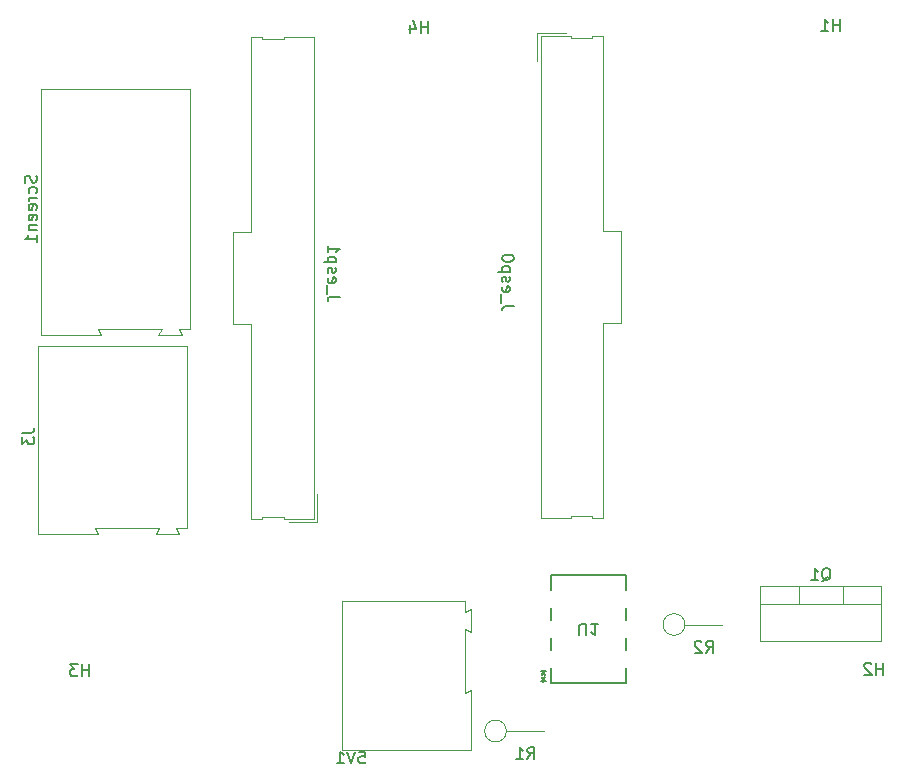
<source format=gbr>
%TF.GenerationSoftware,KiCad,Pcbnew,7.0.6*%
%TF.CreationDate,2023-08-24T16:04:53-05:00*%
%TF.ProjectId,basic_decoration_pcb,62617369-635f-4646-9563-6f726174696f,rev?*%
%TF.SameCoordinates,Original*%
%TF.FileFunction,Legend,Bot*%
%TF.FilePolarity,Positive*%
%FSLAX46Y46*%
G04 Gerber Fmt 4.6, Leading zero omitted, Abs format (unit mm)*
G04 Created by KiCad (PCBNEW 7.0.6) date 2023-08-24 16:04:53*
%MOMM*%
%LPD*%
G01*
G04 APERTURE LIST*
%ADD10C,0.150000*%
%ADD11C,0.120000*%
%ADD12C,0.152400*%
G04 APERTURE END LIST*
D10*
X151484200Y-62080476D02*
X151531819Y-62223333D01*
X151531819Y-62223333D02*
X151531819Y-62461428D01*
X151531819Y-62461428D02*
X151484200Y-62556666D01*
X151484200Y-62556666D02*
X151436580Y-62604285D01*
X151436580Y-62604285D02*
X151341342Y-62651904D01*
X151341342Y-62651904D02*
X151246104Y-62651904D01*
X151246104Y-62651904D02*
X151150866Y-62604285D01*
X151150866Y-62604285D02*
X151103247Y-62556666D01*
X151103247Y-62556666D02*
X151055628Y-62461428D01*
X151055628Y-62461428D02*
X151008009Y-62270952D01*
X151008009Y-62270952D02*
X150960390Y-62175714D01*
X150960390Y-62175714D02*
X150912771Y-62128095D01*
X150912771Y-62128095D02*
X150817533Y-62080476D01*
X150817533Y-62080476D02*
X150722295Y-62080476D01*
X150722295Y-62080476D02*
X150627057Y-62128095D01*
X150627057Y-62128095D02*
X150579438Y-62175714D01*
X150579438Y-62175714D02*
X150531819Y-62270952D01*
X150531819Y-62270952D02*
X150531819Y-62509047D01*
X150531819Y-62509047D02*
X150579438Y-62651904D01*
X151484200Y-63509047D02*
X151531819Y-63413809D01*
X151531819Y-63413809D02*
X151531819Y-63223333D01*
X151531819Y-63223333D02*
X151484200Y-63128095D01*
X151484200Y-63128095D02*
X151436580Y-63080476D01*
X151436580Y-63080476D02*
X151341342Y-63032857D01*
X151341342Y-63032857D02*
X151055628Y-63032857D01*
X151055628Y-63032857D02*
X150960390Y-63080476D01*
X150960390Y-63080476D02*
X150912771Y-63128095D01*
X150912771Y-63128095D02*
X150865152Y-63223333D01*
X150865152Y-63223333D02*
X150865152Y-63413809D01*
X150865152Y-63413809D02*
X150912771Y-63509047D01*
X151531819Y-63937619D02*
X150865152Y-63937619D01*
X151055628Y-63937619D02*
X150960390Y-63985238D01*
X150960390Y-63985238D02*
X150912771Y-64032857D01*
X150912771Y-64032857D02*
X150865152Y-64128095D01*
X150865152Y-64128095D02*
X150865152Y-64223333D01*
X151484200Y-64937619D02*
X151531819Y-64842381D01*
X151531819Y-64842381D02*
X151531819Y-64651905D01*
X151531819Y-64651905D02*
X151484200Y-64556667D01*
X151484200Y-64556667D02*
X151388961Y-64509048D01*
X151388961Y-64509048D02*
X151008009Y-64509048D01*
X151008009Y-64509048D02*
X150912771Y-64556667D01*
X150912771Y-64556667D02*
X150865152Y-64651905D01*
X150865152Y-64651905D02*
X150865152Y-64842381D01*
X150865152Y-64842381D02*
X150912771Y-64937619D01*
X150912771Y-64937619D02*
X151008009Y-64985238D01*
X151008009Y-64985238D02*
X151103247Y-64985238D01*
X151103247Y-64985238D02*
X151198485Y-64509048D01*
X151484200Y-65794762D02*
X151531819Y-65699524D01*
X151531819Y-65699524D02*
X151531819Y-65509048D01*
X151531819Y-65509048D02*
X151484200Y-65413810D01*
X151484200Y-65413810D02*
X151388961Y-65366191D01*
X151388961Y-65366191D02*
X151008009Y-65366191D01*
X151008009Y-65366191D02*
X150912771Y-65413810D01*
X150912771Y-65413810D02*
X150865152Y-65509048D01*
X150865152Y-65509048D02*
X150865152Y-65699524D01*
X150865152Y-65699524D02*
X150912771Y-65794762D01*
X150912771Y-65794762D02*
X151008009Y-65842381D01*
X151008009Y-65842381D02*
X151103247Y-65842381D01*
X151103247Y-65842381D02*
X151198485Y-65366191D01*
X150865152Y-66270953D02*
X151531819Y-66270953D01*
X150960390Y-66270953D02*
X150912771Y-66318572D01*
X150912771Y-66318572D02*
X150865152Y-66413810D01*
X150865152Y-66413810D02*
X150865152Y-66556667D01*
X150865152Y-66556667D02*
X150912771Y-66651905D01*
X150912771Y-66651905D02*
X151008009Y-66699524D01*
X151008009Y-66699524D02*
X151531819Y-66699524D01*
X151531819Y-67699524D02*
X151531819Y-67128096D01*
X151531819Y-67413810D02*
X150531819Y-67413810D01*
X150531819Y-67413810D02*
X150674676Y-67318572D01*
X150674676Y-67318572D02*
X150769914Y-67223334D01*
X150769914Y-67223334D02*
X150817533Y-67128096D01*
X150327819Y-83820666D02*
X151042104Y-83820666D01*
X151042104Y-83820666D02*
X151184961Y-83773047D01*
X151184961Y-83773047D02*
X151280200Y-83677809D01*
X151280200Y-83677809D02*
X151327819Y-83534952D01*
X151327819Y-83534952D02*
X151327819Y-83439714D01*
X150327819Y-84201619D02*
X150327819Y-84820666D01*
X150327819Y-84820666D02*
X150708771Y-84487333D01*
X150708771Y-84487333D02*
X150708771Y-84630190D01*
X150708771Y-84630190D02*
X150756390Y-84725428D01*
X150756390Y-84725428D02*
X150804009Y-84773047D01*
X150804009Y-84773047D02*
X150899247Y-84820666D01*
X150899247Y-84820666D02*
X151137342Y-84820666D01*
X151137342Y-84820666D02*
X151232580Y-84773047D01*
X151232580Y-84773047D02*
X151280200Y-84725428D01*
X151280200Y-84725428D02*
X151327819Y-84630190D01*
X151327819Y-84630190D02*
X151327819Y-84344476D01*
X151327819Y-84344476D02*
X151280200Y-84249238D01*
X151280200Y-84249238D02*
X151232580Y-84201619D01*
X219547464Y-49840819D02*
X219547464Y-48840819D01*
X219547464Y-49317009D02*
X218976036Y-49317009D01*
X218976036Y-49840819D02*
X218976036Y-48840819D01*
X217976036Y-49840819D02*
X218547464Y-49840819D01*
X218261750Y-49840819D02*
X218261750Y-48840819D01*
X218261750Y-48840819D02*
X218356988Y-48983676D01*
X218356988Y-48983676D02*
X218452226Y-49078914D01*
X218452226Y-49078914D02*
X218547464Y-49126533D01*
X155955904Y-104450819D02*
X155955904Y-103450819D01*
X155955904Y-103927009D02*
X155384476Y-103927009D01*
X155384476Y-104450819D02*
X155384476Y-103450819D01*
X155003523Y-103450819D02*
X154384476Y-103450819D01*
X154384476Y-103450819D02*
X154717809Y-103831771D01*
X154717809Y-103831771D02*
X154574952Y-103831771D01*
X154574952Y-103831771D02*
X154479714Y-103879390D01*
X154479714Y-103879390D02*
X154432095Y-103927009D01*
X154432095Y-103927009D02*
X154384476Y-104022247D01*
X154384476Y-104022247D02*
X154384476Y-104260342D01*
X154384476Y-104260342D02*
X154432095Y-104355580D01*
X154432095Y-104355580D02*
X154479714Y-104403200D01*
X154479714Y-104403200D02*
X154574952Y-104450819D01*
X154574952Y-104450819D02*
X154860666Y-104450819D01*
X154860666Y-104450819D02*
X154955904Y-104403200D01*
X154955904Y-104403200D02*
X155003523Y-104355580D01*
X191924640Y-73105800D02*
X191210355Y-73105800D01*
X191210355Y-73105800D02*
X191067498Y-73153419D01*
X191067498Y-73153419D02*
X190972260Y-73248657D01*
X190972260Y-73248657D02*
X190924640Y-73391514D01*
X190924640Y-73391514D02*
X190924640Y-73486752D01*
X190829402Y-72867705D02*
X190829402Y-72105800D01*
X190972260Y-71486752D02*
X190924640Y-71581990D01*
X190924640Y-71581990D02*
X190924640Y-71772466D01*
X190924640Y-71772466D02*
X190972260Y-71867704D01*
X190972260Y-71867704D02*
X191067498Y-71915323D01*
X191067498Y-71915323D02*
X191448450Y-71915323D01*
X191448450Y-71915323D02*
X191543688Y-71867704D01*
X191543688Y-71867704D02*
X191591307Y-71772466D01*
X191591307Y-71772466D02*
X191591307Y-71581990D01*
X191591307Y-71581990D02*
X191543688Y-71486752D01*
X191543688Y-71486752D02*
X191448450Y-71439133D01*
X191448450Y-71439133D02*
X191353212Y-71439133D01*
X191353212Y-71439133D02*
X191257974Y-71915323D01*
X190972260Y-71058180D02*
X190924640Y-70962942D01*
X190924640Y-70962942D02*
X190924640Y-70772466D01*
X190924640Y-70772466D02*
X190972260Y-70677228D01*
X190972260Y-70677228D02*
X191067498Y-70629609D01*
X191067498Y-70629609D02*
X191115117Y-70629609D01*
X191115117Y-70629609D02*
X191210355Y-70677228D01*
X191210355Y-70677228D02*
X191257974Y-70772466D01*
X191257974Y-70772466D02*
X191257974Y-70915323D01*
X191257974Y-70915323D02*
X191305593Y-71010561D01*
X191305593Y-71010561D02*
X191400831Y-71058180D01*
X191400831Y-71058180D02*
X191448450Y-71058180D01*
X191448450Y-71058180D02*
X191543688Y-71010561D01*
X191543688Y-71010561D02*
X191591307Y-70915323D01*
X191591307Y-70915323D02*
X191591307Y-70772466D01*
X191591307Y-70772466D02*
X191543688Y-70677228D01*
X191591307Y-70201037D02*
X190591307Y-70201037D01*
X191543688Y-70201037D02*
X191591307Y-70105799D01*
X191591307Y-70105799D02*
X191591307Y-69915323D01*
X191591307Y-69915323D02*
X191543688Y-69820085D01*
X191543688Y-69820085D02*
X191496069Y-69772466D01*
X191496069Y-69772466D02*
X191400831Y-69724847D01*
X191400831Y-69724847D02*
X191115117Y-69724847D01*
X191115117Y-69724847D02*
X191019879Y-69772466D01*
X191019879Y-69772466D02*
X190972260Y-69820085D01*
X190972260Y-69820085D02*
X190924640Y-69915323D01*
X190924640Y-69915323D02*
X190924640Y-70105799D01*
X190924640Y-70105799D02*
X190972260Y-70201037D01*
X191924640Y-69105799D02*
X191924640Y-69010561D01*
X191924640Y-69010561D02*
X191877021Y-68915323D01*
X191877021Y-68915323D02*
X191829402Y-68867704D01*
X191829402Y-68867704D02*
X191734164Y-68820085D01*
X191734164Y-68820085D02*
X191543688Y-68772466D01*
X191543688Y-68772466D02*
X191305593Y-68772466D01*
X191305593Y-68772466D02*
X191115117Y-68820085D01*
X191115117Y-68820085D02*
X191019879Y-68867704D01*
X191019879Y-68867704D02*
X190972260Y-68915323D01*
X190972260Y-68915323D02*
X190924640Y-69010561D01*
X190924640Y-69010561D02*
X190924640Y-69105799D01*
X190924640Y-69105799D02*
X190972260Y-69201037D01*
X190972260Y-69201037D02*
X191019879Y-69248656D01*
X191019879Y-69248656D02*
X191115117Y-69296275D01*
X191115117Y-69296275D02*
X191305593Y-69343894D01*
X191305593Y-69343894D02*
X191543688Y-69343894D01*
X191543688Y-69343894D02*
X191734164Y-69296275D01*
X191734164Y-69296275D02*
X191829402Y-69248656D01*
X191829402Y-69248656D02*
X191877021Y-69201037D01*
X191877021Y-69201037D02*
X191924640Y-69105799D01*
X177179140Y-72324800D02*
X176464855Y-72324800D01*
X176464855Y-72324800D02*
X176321998Y-72372419D01*
X176321998Y-72372419D02*
X176226760Y-72467657D01*
X176226760Y-72467657D02*
X176179140Y-72610514D01*
X176179140Y-72610514D02*
X176179140Y-72705752D01*
X176083902Y-72086705D02*
X176083902Y-71324800D01*
X176226760Y-70705752D02*
X176179140Y-70800990D01*
X176179140Y-70800990D02*
X176179140Y-70991466D01*
X176179140Y-70991466D02*
X176226760Y-71086704D01*
X176226760Y-71086704D02*
X176321998Y-71134323D01*
X176321998Y-71134323D02*
X176702950Y-71134323D01*
X176702950Y-71134323D02*
X176798188Y-71086704D01*
X176798188Y-71086704D02*
X176845807Y-70991466D01*
X176845807Y-70991466D02*
X176845807Y-70800990D01*
X176845807Y-70800990D02*
X176798188Y-70705752D01*
X176798188Y-70705752D02*
X176702950Y-70658133D01*
X176702950Y-70658133D02*
X176607712Y-70658133D01*
X176607712Y-70658133D02*
X176512474Y-71134323D01*
X176226760Y-70277180D02*
X176179140Y-70181942D01*
X176179140Y-70181942D02*
X176179140Y-69991466D01*
X176179140Y-69991466D02*
X176226760Y-69896228D01*
X176226760Y-69896228D02*
X176321998Y-69848609D01*
X176321998Y-69848609D02*
X176369617Y-69848609D01*
X176369617Y-69848609D02*
X176464855Y-69896228D01*
X176464855Y-69896228D02*
X176512474Y-69991466D01*
X176512474Y-69991466D02*
X176512474Y-70134323D01*
X176512474Y-70134323D02*
X176560093Y-70229561D01*
X176560093Y-70229561D02*
X176655331Y-70277180D01*
X176655331Y-70277180D02*
X176702950Y-70277180D01*
X176702950Y-70277180D02*
X176798188Y-70229561D01*
X176798188Y-70229561D02*
X176845807Y-70134323D01*
X176845807Y-70134323D02*
X176845807Y-69991466D01*
X176845807Y-69991466D02*
X176798188Y-69896228D01*
X176845807Y-69420037D02*
X175845807Y-69420037D01*
X176798188Y-69420037D02*
X176845807Y-69324799D01*
X176845807Y-69324799D02*
X176845807Y-69134323D01*
X176845807Y-69134323D02*
X176798188Y-69039085D01*
X176798188Y-69039085D02*
X176750569Y-68991466D01*
X176750569Y-68991466D02*
X176655331Y-68943847D01*
X176655331Y-68943847D02*
X176369617Y-68943847D01*
X176369617Y-68943847D02*
X176274379Y-68991466D01*
X176274379Y-68991466D02*
X176226760Y-69039085D01*
X176226760Y-69039085D02*
X176179140Y-69134323D01*
X176179140Y-69134323D02*
X176179140Y-69324799D01*
X176179140Y-69324799D02*
X176226760Y-69420037D01*
X176179140Y-67991466D02*
X176179140Y-68562894D01*
X176179140Y-68277180D02*
X177179140Y-68277180D01*
X177179140Y-68277180D02*
X177036283Y-68372418D01*
X177036283Y-68372418D02*
X176941045Y-68467656D01*
X176941045Y-68467656D02*
X176893426Y-68562894D01*
X223179664Y-104323819D02*
X223179664Y-103323819D01*
X223179664Y-103800009D02*
X222608236Y-103800009D01*
X222608236Y-104323819D02*
X222608236Y-103323819D01*
X222179664Y-103419057D02*
X222132045Y-103371438D01*
X222132045Y-103371438D02*
X222036807Y-103323819D01*
X222036807Y-103323819D02*
X221798712Y-103323819D01*
X221798712Y-103323819D02*
X221703474Y-103371438D01*
X221703474Y-103371438D02*
X221655855Y-103419057D01*
X221655855Y-103419057D02*
X221608236Y-103514295D01*
X221608236Y-103514295D02*
X221608236Y-103609533D01*
X221608236Y-103609533D02*
X221655855Y-103752390D01*
X221655855Y-103752390D02*
X222227283Y-104323819D01*
X222227283Y-104323819D02*
X221608236Y-104323819D01*
X184657904Y-49967819D02*
X184657904Y-48967819D01*
X184657904Y-49444009D02*
X184086476Y-49444009D01*
X184086476Y-49967819D02*
X184086476Y-48967819D01*
X183181714Y-49301152D02*
X183181714Y-49967819D01*
X183419809Y-48920200D02*
X183657904Y-49634485D01*
X183657904Y-49634485D02*
X183038857Y-49634485D01*
X218012238Y-96398307D02*
X218107476Y-96350688D01*
X218107476Y-96350688D02*
X218202714Y-96255450D01*
X218202714Y-96255450D02*
X218345571Y-96112592D01*
X218345571Y-96112592D02*
X218440809Y-96064973D01*
X218440809Y-96064973D02*
X218536047Y-96064973D01*
X218488428Y-96303069D02*
X218583666Y-96255450D01*
X218583666Y-96255450D02*
X218678904Y-96160211D01*
X218678904Y-96160211D02*
X218726523Y-95969735D01*
X218726523Y-95969735D02*
X218726523Y-95636402D01*
X218726523Y-95636402D02*
X218678904Y-95445926D01*
X218678904Y-95445926D02*
X218583666Y-95350688D01*
X218583666Y-95350688D02*
X218488428Y-95303069D01*
X218488428Y-95303069D02*
X218297952Y-95303069D01*
X218297952Y-95303069D02*
X218202714Y-95350688D01*
X218202714Y-95350688D02*
X218107476Y-95445926D01*
X218107476Y-95445926D02*
X218059857Y-95636402D01*
X218059857Y-95636402D02*
X218059857Y-95969735D01*
X218059857Y-95969735D02*
X218107476Y-96160211D01*
X218107476Y-96160211D02*
X218202714Y-96255450D01*
X218202714Y-96255450D02*
X218297952Y-96303069D01*
X218297952Y-96303069D02*
X218488428Y-96303069D01*
X217107476Y-96303069D02*
X217678904Y-96303069D01*
X217393190Y-96303069D02*
X217393190Y-95303069D01*
X217393190Y-95303069D02*
X217488428Y-95445926D01*
X217488428Y-95445926D02*
X217583666Y-95541164D01*
X217583666Y-95541164D02*
X217678904Y-95588783D01*
X178817666Y-110838819D02*
X179293856Y-110838819D01*
X179293856Y-110838819D02*
X179341475Y-111315009D01*
X179341475Y-111315009D02*
X179293856Y-111267390D01*
X179293856Y-111267390D02*
X179198618Y-111219771D01*
X179198618Y-111219771D02*
X178960523Y-111219771D01*
X178960523Y-111219771D02*
X178865285Y-111267390D01*
X178865285Y-111267390D02*
X178817666Y-111315009D01*
X178817666Y-111315009D02*
X178770047Y-111410247D01*
X178770047Y-111410247D02*
X178770047Y-111648342D01*
X178770047Y-111648342D02*
X178817666Y-111743580D01*
X178817666Y-111743580D02*
X178865285Y-111791200D01*
X178865285Y-111791200D02*
X178960523Y-111838819D01*
X178960523Y-111838819D02*
X179198618Y-111838819D01*
X179198618Y-111838819D02*
X179293856Y-111791200D01*
X179293856Y-111791200D02*
X179341475Y-111743580D01*
X178484332Y-110838819D02*
X178150999Y-111838819D01*
X178150999Y-111838819D02*
X177817666Y-110838819D01*
X176960523Y-111838819D02*
X177531951Y-111838819D01*
X177246237Y-111838819D02*
X177246237Y-110838819D01*
X177246237Y-110838819D02*
X177341475Y-110981676D01*
X177341475Y-110981676D02*
X177436713Y-111076914D01*
X177436713Y-111076914D02*
X177531951Y-111124533D01*
X208198916Y-102450819D02*
X208532249Y-101974628D01*
X208770344Y-102450819D02*
X208770344Y-101450819D01*
X208770344Y-101450819D02*
X208389392Y-101450819D01*
X208389392Y-101450819D02*
X208294154Y-101498438D01*
X208294154Y-101498438D02*
X208246535Y-101546057D01*
X208246535Y-101546057D02*
X208198916Y-101641295D01*
X208198916Y-101641295D02*
X208198916Y-101784152D01*
X208198916Y-101784152D02*
X208246535Y-101879390D01*
X208246535Y-101879390D02*
X208294154Y-101927009D01*
X208294154Y-101927009D02*
X208389392Y-101974628D01*
X208389392Y-101974628D02*
X208770344Y-101974628D01*
X207817963Y-101546057D02*
X207770344Y-101498438D01*
X207770344Y-101498438D02*
X207675106Y-101450819D01*
X207675106Y-101450819D02*
X207437011Y-101450819D01*
X207437011Y-101450819D02*
X207341773Y-101498438D01*
X207341773Y-101498438D02*
X207294154Y-101546057D01*
X207294154Y-101546057D02*
X207246535Y-101641295D01*
X207246535Y-101641295D02*
X207246535Y-101736533D01*
X207246535Y-101736533D02*
X207294154Y-101879390D01*
X207294154Y-101879390D02*
X207865582Y-102450819D01*
X207865582Y-102450819D02*
X207246535Y-102450819D01*
X197485095Y-101002180D02*
X197485095Y-100192657D01*
X197485095Y-100192657D02*
X197532714Y-100097419D01*
X197532714Y-100097419D02*
X197580333Y-100049800D01*
X197580333Y-100049800D02*
X197675571Y-100002180D01*
X197675571Y-100002180D02*
X197866047Y-100002180D01*
X197866047Y-100002180D02*
X197961285Y-100049800D01*
X197961285Y-100049800D02*
X198008904Y-100097419D01*
X198008904Y-100097419D02*
X198056523Y-100192657D01*
X198056523Y-100192657D02*
X198056523Y-101002180D01*
X199056523Y-100002180D02*
X198485095Y-100002180D01*
X198770809Y-100002180D02*
X198770809Y-101002180D01*
X198770809Y-101002180D02*
X198675571Y-100859323D01*
X198675571Y-100859323D02*
X198580333Y-100764085D01*
X198580333Y-100764085D02*
X198485095Y-100716466D01*
X194437000Y-104977280D02*
X194437000Y-104739185D01*
X194198905Y-104834423D02*
X194437000Y-104739185D01*
X194437000Y-104739185D02*
X194675095Y-104834423D01*
X194294143Y-104548709D02*
X194437000Y-104739185D01*
X194437000Y-104739185D02*
X194579857Y-104548709D01*
X194436999Y-103886919D02*
X194436999Y-104125014D01*
X194675094Y-104029776D02*
X194436999Y-104125014D01*
X194436999Y-104125014D02*
X194198904Y-104029776D01*
X194579856Y-104315490D02*
X194436999Y-104125014D01*
X194436999Y-104125014D02*
X194294142Y-104315490D01*
X193085916Y-111467819D02*
X193419249Y-110991628D01*
X193657344Y-111467819D02*
X193657344Y-110467819D01*
X193657344Y-110467819D02*
X193276392Y-110467819D01*
X193276392Y-110467819D02*
X193181154Y-110515438D01*
X193181154Y-110515438D02*
X193133535Y-110563057D01*
X193133535Y-110563057D02*
X193085916Y-110658295D01*
X193085916Y-110658295D02*
X193085916Y-110801152D01*
X193085916Y-110801152D02*
X193133535Y-110896390D01*
X193133535Y-110896390D02*
X193181154Y-110944009D01*
X193181154Y-110944009D02*
X193276392Y-110991628D01*
X193276392Y-110991628D02*
X193657344Y-110991628D01*
X192133535Y-111467819D02*
X192704963Y-111467819D01*
X192419249Y-111467819D02*
X192419249Y-110467819D01*
X192419249Y-110467819D02*
X192514487Y-110610676D01*
X192514487Y-110610676D02*
X192609725Y-110705914D01*
X192609725Y-110705914D02*
X192704963Y-110753533D01*
D11*
%TO.C,Screen1*%
X164527000Y-54740000D02*
X151927000Y-54740000D01*
X151927000Y-54740000D02*
X151927000Y-75540000D01*
X164527000Y-75040000D02*
X164527000Y-54740000D01*
X163577000Y-75040000D02*
X164527000Y-75040000D01*
X162127000Y-75040000D02*
X161827000Y-75590000D01*
X156727000Y-75040000D02*
X162127000Y-75040000D01*
X156977000Y-75540000D02*
X156727000Y-75040000D01*
X151927000Y-75540000D02*
X156977000Y-75540000D01*
X163877000Y-75590000D02*
X163577000Y-75040000D01*
X161827000Y-75590000D02*
X163877000Y-75590000D01*
%TO.C,J3*%
X164273000Y-76504000D02*
X164273000Y-91904000D01*
X151673000Y-76504000D02*
X164273000Y-76504000D01*
X164273000Y-91904000D02*
X163323000Y-91904000D01*
X163323000Y-91904000D02*
X163623000Y-92404000D01*
X161873000Y-91904000D02*
X156473000Y-91904000D01*
X156473000Y-91904000D02*
X156723000Y-92404000D01*
X163623000Y-92404000D02*
X161623000Y-92404000D01*
X161623000Y-92404000D02*
X161873000Y-91904000D01*
X156723000Y-92404000D02*
X151673000Y-92404000D01*
X151673000Y-92404000D02*
X151673000Y-76504000D01*
%TO.C,J_esp0*%
X196311960Y-49955800D02*
X193901960Y-49955800D01*
X193901960Y-49955800D02*
X193901960Y-52365800D01*
X199521960Y-50255800D02*
X199521960Y-66725800D01*
X198541960Y-50255800D02*
X199521960Y-50255800D01*
X196731960Y-50255800D02*
X196731960Y-50385800D01*
X194201960Y-50255800D02*
X196731960Y-50255800D01*
X198541960Y-50385800D02*
X198541960Y-50255800D01*
X196731960Y-50385800D02*
X198541960Y-50385800D01*
X201021960Y-66725800D02*
X201021960Y-74565800D01*
X199521960Y-66725800D02*
X201021960Y-66725800D01*
X201021960Y-74565800D02*
X199521960Y-74565800D01*
X199521960Y-74565800D02*
X199521960Y-91035800D01*
X198541960Y-90905800D02*
X196731960Y-90905800D01*
X196731960Y-90905800D02*
X196731960Y-91035800D01*
X199521960Y-91035800D02*
X198541960Y-91035800D01*
X198541960Y-91035800D02*
X198541960Y-90905800D01*
X196731960Y-91035800D02*
X194201960Y-91035800D01*
X194201960Y-91035800D02*
X194201960Y-50255800D01*
%TO.C,J_esp1*%
X172871460Y-91414800D02*
X175281460Y-91414800D01*
X175281460Y-91414800D02*
X175281460Y-89004800D01*
X169661460Y-91114800D02*
X169661460Y-74644800D01*
X170641460Y-91114800D02*
X169661460Y-91114800D01*
X172451460Y-91114800D02*
X172451460Y-90984800D01*
X174981460Y-91114800D02*
X172451460Y-91114800D01*
X170641460Y-90984800D02*
X170641460Y-91114800D01*
X172451460Y-90984800D02*
X170641460Y-90984800D01*
X168161460Y-74644800D02*
X168161460Y-66804800D01*
X169661460Y-74644800D02*
X168161460Y-74644800D01*
X168161460Y-66804800D02*
X169661460Y-66804800D01*
X169661460Y-66804800D02*
X169661460Y-50334800D01*
X170641460Y-50464800D02*
X172451460Y-50464800D01*
X172451460Y-50464800D02*
X172451460Y-50334800D01*
X169661460Y-50334800D02*
X170641460Y-50334800D01*
X170641460Y-50334800D02*
X170641460Y-50464800D01*
X172451460Y-50334800D02*
X174981460Y-50334800D01*
X174981460Y-50334800D02*
X174981460Y-91114800D01*
%TO.C,Q1*%
X223037000Y-101489250D02*
X212797000Y-101489250D01*
X223037000Y-98358250D02*
X212797000Y-98358250D01*
X223037000Y-96848250D02*
X223037000Y-101489250D01*
X223037000Y-96848250D02*
X212797000Y-96848250D01*
X219767000Y-96848250D02*
X219767000Y-98358250D01*
X216066000Y-96848250D02*
X216066000Y-98358250D01*
X212797000Y-96848250D02*
X212797000Y-101489250D01*
%TO.C,5V1*%
X177421000Y-98094000D02*
X187771000Y-98094000D01*
X177421000Y-110694000D02*
X177421000Y-98094000D01*
X187771000Y-98094000D02*
X187771000Y-99044000D01*
X187771000Y-99044000D02*
X188271000Y-98794000D01*
X187771000Y-100494000D02*
X187771000Y-105894000D01*
X187771000Y-105894000D02*
X188271000Y-105594000D01*
X188271000Y-98794000D02*
X188271000Y-100694000D01*
X188271000Y-100694000D02*
X188271000Y-100744000D01*
X188271000Y-100744000D02*
X187771000Y-100494000D01*
X188271000Y-105594000D02*
X188271000Y-110694000D01*
X188271000Y-110694000D02*
X177421000Y-110694000D01*
%TO.C,R2*%
X206412250Y-100076000D02*
X209572250Y-100076000D01*
X206412250Y-100076000D02*
G75*
G03*
X206412250Y-100076000I-920000J0D01*
G01*
D12*
%TO.C,U1*%
X195069999Y-95885000D02*
X201424001Y-95885000D01*
X195069999Y-97135318D02*
X195069999Y-95885000D01*
X195069999Y-99675318D02*
X195069999Y-98698682D01*
X195069999Y-102215318D02*
X195069999Y-101238682D01*
X195069999Y-105029000D02*
X195069999Y-103778682D01*
X201424001Y-95885000D02*
X201424001Y-97135318D01*
X201424001Y-98698682D02*
X201424001Y-99675318D01*
X201424001Y-101238682D02*
X201424001Y-102215318D01*
X201424001Y-103778682D02*
X201424001Y-105029000D01*
X201424001Y-105029000D02*
X195069999Y-105029000D01*
D11*
%TO.C,R1*%
X191299250Y-109093000D02*
X194459250Y-109093000D01*
X191299250Y-109093000D02*
G75*
G03*
X191299250Y-109093000I-920000J0D01*
G01*
%TD*%
M02*

</source>
